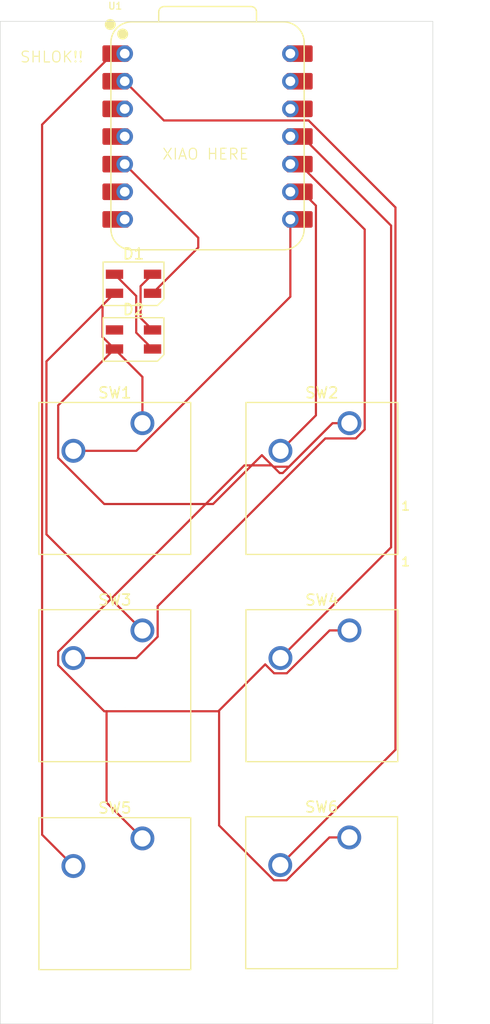
<source format=kicad_pcb>
(kicad_pcb (version 20241229) (generator "pcbnew") (generator_version "9.0")
  (layers (0 "F.Cu" signal) (2 "B.Cu" signal) (13 "F.Paste" user) (15 "B.Paste" user) (5 "F.SilkS" user "F.Silkscreen") (7 "B.SilkS" user "B.Silkscreen") (1 "F.Mask" user) (3 "B.Mask" user) (25 "Edge.Cuts" user))
  (net 0 "")
  (net 1 "Net-(D1-DIN)")
  (net 2 "GND")
  (net 3 "Net-(D1-DOUT)")
  (net 4 "+5V")
  (net 6 "Net-(U1-GPIO1{slash}RX)")
  (net 7 "Net-(U1-GPIO2{slash}SCK)")
  (net 8 "Net-(U1-GPIO4{slash}MISO)")
  (net 9 "Net-(U1-GPIO3{slash}MOSI)")
  (net 12 "Net-(U1-GPIO26{slash}ADC0{slash}A0)")
  (net 15 "Net-(U1-GPIO27{slash}ADC1{slash}A1)")
  (footprint "Button_Switch_Keyboard:SW_Cherry_MX_1.00u_PCB" (layer "F.Cu") (at 183.4 96.88)
    (property "Reference" "SW1" (at -2.54 -2.794 0) (layer "F.SilkS"))
    (property "Value" "SW_Push")
    (fp_line (start -9.525 -1.905) (end 4.445 -1.905) (stroke (width 0.12)) (layer "F.SilkS"))
    (fp_line (start -9.525 12.065) (end -9.525 -1.905) (stroke (width 0.12)) (layer "F.SilkS"))
    (fp_line (start 4.445 -1.905) (end 4.445 12.065) (stroke (width 0.12)) (layer "F.SilkS"))
    (fp_line (start 4.445 12.065) (end -9.525 12.065) (stroke (width 0.12)) (layer "F.SilkS"))
    (pad "" np_thru_hole circle (at -7.62 5.08) (size 1.7 1.7) (drill 1.7) (layers "*.Cu" "*.Mask"))
    (pad "" np_thru_hole circle (at -2.54 5.08) (size 4 4) (drill 4) (layers "*.Cu" "*.Mask"))
    (pad "" np_thru_hole circle (at 2.54 5.08) (size 1.7 1.7) (drill 1.7) (layers "*.Cu" "*.Mask"))
    (pad "1" thru_hole circle (at 0 0) (size 2.2 2.2) (drill 1.5) (layers "*.Cu" "*.Mask") (net 2 "GND"))
    (pad "2" thru_hole circle (at -6.35 2.54) (size 2.2 2.2) (drill 1.5) (layers "*.Cu" "*.Mask") (net 6 "Net-(U1-GPIO1{slash}RX)"))
  )
  (footprint "Button_Switch_Keyboard:SW_Cherry_MX_1.00u_PCB" (layer "F.Cu") (at 183.4 115.93)
    (property "Reference" "SW3" (at -2.54 -2.794 0) (layer "F.SilkS"))
    (property "Value" "SW_Push")
    (fp_line (start -9.525 -1.905) (end 4.445 -1.905) (stroke (width 0.12)) (layer "F.SilkS"))
    (fp_line (start -9.525 12.065) (end -9.525 -1.905) (stroke (width 0.12)) (layer "F.SilkS"))
    (fp_line (start 4.445 -1.905) (end 4.445 12.065) (stroke (width 0.12)) (layer "F.SilkS"))
    (fp_line (start 4.445 12.065) (end -9.525 12.065) (stroke (width 0.12)) (layer "F.SilkS"))
    (pad "" np_thru_hole circle (at -7.62 5.08) (size 1.7 1.7) (drill 1.7) (layers "*.Cu" "*.Mask"))
    (pad "" np_thru_hole circle (at -2.54 5.08) (size 4 4) (drill 4) (layers "*.Cu" "*.Mask"))
    (pad "" np_thru_hole circle (at 2.54 5.08) (size 1.7 1.7) (drill 1.7) (layers "*.Cu" "*.Mask"))
    (pad "1" thru_hole circle (at 0 0) (size 2.2 2.2) (drill 1.5) (layers "*.Cu" "*.Mask") (net 2 "GND"))
    (pad "2" thru_hole circle (at -6.35 2.54) (size 2.2 2.2) (drill 1.5) (layers "*.Cu" "*.Mask") (net 8 "Net-(U1-GPIO4{slash}MISO)"))
  )
  (footprint "OPL:XIAO-RP2040-DIP" (layer "F.Cu") (at 189.39125 70.5275)
    (property "Reference" "U1" (at -8.5 -12 0) (layer "F.SilkS") (effects (font (size 0.635 0.635) (thickness 0.1016))))
    (property "Value" "XIAO-RP2040-DIP")
    (fp_line (start -8.89 8.509) (end -8.89 -8.636) (stroke (width 0.127)) (layer "F.SilkS"))
    (fp_line (start -6.985 10.414) (end 6.985 10.414) (stroke (width 0.127)) (layer "F.SilkS"))
    (fp_line (start -4.495 -10.541) (end -4.491272 -11.451272) (stroke (width 0.127)) (layer "F.SilkS"))
    (fp_line (start -3.991272 -11.951) (end 4.004 -11.951) (stroke (width 0.127)) (layer "F.SilkS"))
    (fp_line (start 4.504 -11.451) (end 4.504 -10.541) (stroke (width 0.127)) (layer "F.SilkS"))
    (fp_line (start 6.985 -10.541) (end -6.985 -10.541) (stroke (width 0.1)) (layer "F.SilkS"))
    (fp_line (start 6.985 -10.541) (end -6.985 -10.541) (stroke (width 0.127)) (layer "F.SilkS"))
    (fp_line (start 8.89 8.509) (end 8.89 -8.636) (stroke (width 0.127)) (layer "F.SilkS"))
    (fp_arc (start -8.89 -8.636) (mid -8.332038 -9.983038) (end -6.985 -10.541) (stroke (width 0.127)) (layer "F.SilkS"))
    (fp_arc (start -6.985 10.414) (mid -8.332038 9.856038) (end -8.89 8.509) (stroke (width 0.127)) (layer "F.SilkS"))
    (fp_arc (start -4.491272 -11.451272) (mid -4.344728 -11.80464) (end -3.991272 -11.951) (stroke (width 0.127)) (layer "F.SilkS"))
    (fp_arc (start 4.004 -11.951) (mid 4.357553 -11.804553) (end 4.504 -11.451) (stroke (width 0.127)) (layer "F.SilkS"))
    (fp_arc (start 6.985 -10.541) (mid 8.332038 -9.983038) (end 8.89 -8.636) (stroke (width 0.127)) (layer "F.SilkS"))
    (fp_arc (start 8.89 8.509) (mid 8.332038 9.856038) (end 6.985 10.414) (stroke (width 0.127)) (layer "F.SilkS"))
    (fp_circle (center -8.95 -10.3) (end -8.95 -10.554) (stroke (width 0.5)) (fill yes) (layer "F.SilkS"))
    (fp_circle (center -7.807 -9.42) (end -7.807 -9.674) (stroke (width 0.5)) (fill yes) (layer "F.SilkS"))
    (pad "1" smd roundrect (at -8.455 -7.62 180) (size 2.432 1.524) (layers "F.Cu" "F.Mask") (roundrect_rratio 0.1) (net 12 "Net-(U1-GPIO26{slash}ADC0{slash}A0)"))
    (pad "1" thru_hole circle (at -7.62 -7.62 180) (size 1.524 1.524) (drill 0.889) (layers "*.Cu" "*.Mask") (net 12 "Net-(U1-GPIO26{slash}ADC0{slash}A0)"))
    (pad "2" smd roundrect (at -8.455 -5.08 180) (size 2.432 1.524) (layers "F.Cu" "F.Mask") (roundrect_rratio 0.1) (net 15 "Net-(U1-GPIO27{slash}ADC1{slash}A1)"))
    (pad "2" thru_hole circle (at -7.62 -5.08 180) (size 1.524 1.524) (drill 0.889) (layers "*.Cu" "*.Mask") (net 15 "Net-(U1-GPIO27{slash}ADC1{slash}A1)"))
    (pad "3" smd roundrect (at -8.455 -2.54 180) (size 2.432 1.524) (layers "F.Cu" "F.Mask") (roundrect_rratio 0.1))
    (pad "3" thru_hole circle (at -7.62 -2.54 180) (size 1.524 1.524) (drill 0.889) (layers "*.Cu" "*.Mask"))
    (pad "4" smd roundrect (at -8.455 0 180) (size 2.432 1.524) (layers "F.Cu" "F.Mask") (roundrect_rratio 0.1))
    (pad "4" thru_hole circle (at -7.62 0 180) (size 1.524 1.524) (drill 0.889) (layers "*.Cu" "*.Mask"))
    (pad "5" smd roundrect (at -8.455 2.54 180) (size 2.432 1.524) (layers "F.Cu" "F.Mask") (roundrect_rratio 0.1) (net 1 "Net-(D1-DIN)"))
    (pad "5" thru_hole circle (at -7.62 2.54 180) (size 1.524 1.524) (drill 0.889) (layers "*.Cu" "*.Mask") (net 1 "Net-(D1-DIN)"))
    (pad "6" smd roundrect (at -8.455 5.08 180) (size 2.432 1.524) (layers "F.Cu" "F.Mask") (roundrect_rratio 0.1))
    (pad "6" thru_hole circle (at -7.62 5.08 180) (size 1.524 1.524) (drill 0.889) (layers "*.Cu" "*.Mask"))
    (pad "7" smd roundrect (at -8.455 7.62 180) (size 2.432 1.524) (layers "F.Cu" "F.Mask") (roundrect_rratio 0.1))
    (pad "7" thru_hole circle (at -7.62 7.62 180) (size 1.524 1.524) (drill 0.889) (layers "*.Cu" "*.Mask"))
    (pad "8" thru_hole circle (at 7.62 7.62) (size 1.524 1.524) (drill 0.889) (layers "*.Cu" "*.Mask") (net 6 "Net-(U1-GPIO1{slash}RX)"))
    (pad "8" smd roundrect (at 8.455 7.62) (size 2.432 1.524) (layers "F.Cu" "F.Mask") (roundrect_rratio 0.1) (net 6 "Net-(U1-GPIO1{slash}RX)"))
    (pad "9" thru_hole circle (at 7.62 5.08) (size 1.524 1.524) (drill 0.889) (layers "*.Cu" "*.Mask") (net 7 "Net-(U1-GPIO2{slash}SCK)"))
    (pad "9" smd roundrect (at 8.455 5.08) (size 2.432 1.524) (layers "F.Cu" "F.Mask") (roundrect_rratio 0.1) (net 7 "Net-(U1-GPIO2{slash}SCK)"))
    (pad "10" thru_hole circle (at 7.62 2.54) (size 1.524 1.524) (drill 0.889) (layers "*.Cu" "*.Mask") (net 8 "Net-(U1-GPIO4{slash}MISO)"))
    (pad "10" smd roundrect (at 8.455 2.54) (size 2.432 1.524) (layers "F.Cu" "F.Mask") (roundrect_rratio 0.1) (net 8 "Net-(U1-GPIO4{slash}MISO)"))
    (pad "11" thru_hole circle (at 7.62 0) (size 1.524 1.524) (drill 0.889) (layers "*.Cu" "*.Mask") (net 9 "Net-(U1-GPIO3{slash}MOSI)"))
    (pad "11" smd roundrect (at 8.455 0) (size 2.432 1.524) (layers "F.Cu" "F.Mask") (roundrect_rratio 0.1) (net 9 "Net-(U1-GPIO3{slash}MOSI)"))
    (pad "12" thru_hole circle (at 7.62 -2.54) (size 1.524 1.524) (drill 0.889) (layers "*.Cu" "*.Mask"))
    (pad "12" smd roundrect (at 8.455 -2.54) (size 2.432 1.524) (layers "F.Cu" "F.Mask") (roundrect_rratio 0.1))
    (pad "13" thru_hole circle (at 7.62 -5.08) (size 1.524 1.524) (drill 0.889) (layers "*.Cu" "*.Mask"))
    (pad "13" smd roundrect (at 8.455 -5.08) (size 2.432 1.524) (layers "F.Cu" "F.Mask") (roundrect_rratio 0.1))
    (pad "14" thru_hole circle (at 7.62 -7.62) (size 1.524 1.524) (drill 0.889) (layers "*.Cu" "*.Mask"))
    (pad "14" smd roundrect (at 8.455 -7.62) (size 2.432 1.524) (layers "F.Cu" "F.Mask") (roundrect_rratio 0.1))
  )
  (footprint "Button_Switch_Keyboard:SW_Cherry_MX_1.00u_PCB" (layer "F.Cu") (at 202.43 134.96)
    (property "Reference" "SW6" (at -2.54 -2.794 0) (layer "F.SilkS"))
    (property "Value" "SW_Push")
    (fp_line (start -9.525 -1.905) (end 4.445 -1.905) (stroke (width 0.12)) (layer "F.SilkS"))
    (fp_line (start -9.525 12.065) (end -9.525 -1.905) (stroke (width 0.12)) (layer "F.SilkS"))
    (fp_line (start 4.445 -1.905) (end 4.445 12.065) (stroke (width 0.12)) (layer "F.SilkS"))
    (fp_line (start 4.445 12.065) (end -9.525 12.065) (stroke (width 0.12)) (layer "F.SilkS"))
    (pad "" np_thru_hole circle (at -7.62 5.08) (size 1.7 1.7) (drill 1.7) (layers "*.Cu" "*.Mask"))
    (pad "" np_thru_hole circle (at -2.54 5.08) (size 4 4) (drill 4) (layers "*.Cu" "*.Mask"))
    (pad "" np_thru_hole circle (at 2.54 5.08) (size 1.7 1.7) (drill 1.7) (layers "*.Cu" "*.Mask"))
    (pad "1" thru_hole circle (at 0 0) (size 2.2 2.2) (drill 1.5) (layers "*.Cu" "*.Mask") (net 2 "GND"))
    (pad "2" thru_hole circle (at -6.35 2.54) (size 2.2 2.2) (drill 1.5) (layers "*.Cu" "*.Mask") (net 15 "Net-(U1-GPIO27{slash}ADC1{slash}A1)"))
  )
  (footprint "LED_SMD:LED_SK6812MINI_PLCC4_3.5x3.5mm_P1.75mm" (layer "F.Cu") (at 182.58025 84.063)
    (property "Reference" "D1" (at 0 -2.75 0) (layer "F.SilkS"))
    (property "Value" "SK6812MINI")
    (fp_line (start -2.8 -2) (end -2.8 2) (stroke (width 0.12)) (layer "F.SilkS"))
    (fp_line (start -2.8 -2) (end 2.8 -2) (stroke (width 0.12)) (layer "F.SilkS"))
    (fp_line (start -2.8 2) (end 2.2 2) (stroke (width 0.12)) (layer "F.SilkS"))
    (fp_line (start 2.8 1.4) (end 2.2 2) (stroke (width 0.12)) (layer "F.SilkS"))
    (fp_line (start 2.8 1.4) (end 2.8 -2) (stroke (width 0.12)) (layer "F.SilkS"))
    (fp_text user "1" (at 25.03475 20.437 0) (layer "F.SilkS") (effects (font (size 0.8 0.8))))
    (pad "1" smd rect (at -1.75 -0.875) (size 1.6 0.85) (layers "F.Cu" "F.Mask" "F.Paste") (net 3 "Net-(D1-DOUT)"))
    (pad "2" smd rect (at -1.75 0.875) (size 1.6 0.85) (layers "F.Cu" "F.Mask" "F.Paste") (net 2 "GND"))
    (pad "3" smd rect (at 1.75 0.875) (size 1.6 0.85) (layers "F.Cu" "F.Mask" "F.Paste") (net 1 "Net-(D1-DIN)"))
    (pad "4" smd rect (at 1.75 -0.875) (size 1.6 0.85) (layers "F.Cu" "F.Mask" "F.Paste") (net 4 "+5V"))
  )
  (footprint "Button_Switch_Keyboard:SW_Cherry_MX_1.00u_PCB" (layer "F.Cu") (at 202.45 115.93)
    (property "Reference" "SW4" (at -2.54 -2.794 0) (layer "F.SilkS"))
    (property "Value" "SW_Push")
    (fp_line (start -9.525 -1.905) (end 4.445 -1.905) (stroke (width 0.12)) (layer "F.SilkS"))
    (fp_line (start -9.525 12.065) (end -9.525 -1.905) (stroke (width 0.12)) (layer "F.SilkS"))
    (fp_line (start 4.445 -1.905) (end 4.445 12.065) (stroke (width 0.12)) (layer "F.SilkS"))
    (fp_line (start 4.445 12.065) (end -9.525 12.065) (stroke (width 0.12)) (layer "F.SilkS"))
    (pad "" np_thru_hole circle (at -7.62 5.08) (size 1.7 1.7) (drill 1.7) (layers "*.Cu" "*.Mask"))
    (pad "" np_thru_hole circle (at -2.54 5.08) (size 4 4) (drill 4) (layers "*.Cu" "*.Mask"))
    (pad "" np_thru_hole circle (at 2.54 5.08) (size 1.7 1.7) (drill 1.7) (layers "*.Cu" "*.Mask"))
    (pad "1" thru_hole circle (at 0 0) (size 2.2 2.2) (drill 1.5) (layers "*.Cu" "*.Mask") (net 2 "GND"))
    (pad "2" thru_hole circle (at -6.35 2.54) (size 2.2 2.2) (drill 1.5) (layers "*.Cu" "*.Mask") (net 9 "Net-(U1-GPIO3{slash}MOSI)"))
  )
  (footprint "LED_SMD:LED_SK6812MINI_PLCC4_3.5x3.5mm_P1.75mm" (layer "F.Cu") (at 182.58025 89.183)
    (property "Reference" "D2" (at 0 -2.75 0) (layer "F.SilkS"))
    (property "Value" "SK6812MINI")
    (fp_line (start -2.8 -2) (end -2.8 2) (stroke (width 0.12)) (layer "F.SilkS"))
    (fp_line (start -2.8 -2) (end 2.8 -2) (stroke (width 0.12)) (layer "F.SilkS"))
    (fp_line (start -2.8 2) (end 2.2 2) (stroke (width 0.12)) (layer "F.SilkS"))
    (fp_line (start 2.8 1.4) (end 2.2 2) (stroke (width 0.12)) (layer "F.SilkS"))
    (fp_line (start 2.8 1.4) (end 2.8 -2) (stroke (width 0.12)) (layer "F.SilkS"))
    (fp_text user "1" (at 25.03475 20.437 0) (layer "F.SilkS") (effects (font (size 0.8 0.8))))
    (pad "1" smd rect (at -1.75 -0.875) (size 1.6 0.85) (layers "F.Cu" "F.Mask" "F.Paste"))
    (pad "2" smd rect (at -1.75 0.875) (size 1.6 0.85) (layers "F.Cu" "F.Mask" "F.Paste") (net 2 "GND"))
    (pad "3" smd rect (at 1.75 0.875) (size 1.6 0.85) (layers "F.Cu" "F.Mask" "F.Paste") (net 3 "Net-(D1-DOUT)"))
    (pad "4" smd rect (at 1.75 -0.875) (size 1.6 0.85) (layers "F.Cu" "F.Mask" "F.Paste") (net 4 "+5V"))
  )
  (footprint "Button_Switch_Keyboard:SW_Cherry_MX_1.00u_PCB" (layer "F.Cu") (at 202.45 96.88)
    (property "Reference" "SW2" (at -2.54 -2.794 0) (layer "F.SilkS"))
    (property "Value" "SW_Push")
    (fp_line (start -9.525 -1.905) (end 4.445 -1.905) (stroke (width 0.12)) (layer "F.SilkS"))
    (fp_line (start -9.525 12.065) (end -9.525 -1.905) (stroke (width 0.12)) (layer "F.SilkS"))
    (fp_line (start 4.445 -1.905) (end 4.445 12.065) (stroke (width 0.12)) (layer "F.SilkS"))
    (fp_line (start 4.445 12.065) (end -9.525 12.065) (stroke (width 0.12)) (layer "F.SilkS"))
    (pad "" np_thru_hole circle (at -7.62 5.08) (size 1.7 1.7) (drill 1.7) (layers "*.Cu" "*.Mask"))
    (pad "" np_thru_hole circle (at -2.54 5.08) (size 4 4) (drill 4) (layers "*.Cu" "*.Mask"))
    (pad "" np_thru_hole circle (at 2.54 5.08) (size 1.7 1.7) (drill 1.7) (layers "*.Cu" "*.Mask"))
    (pad "1" thru_hole circle (at 0 0) (size 2.2 2.2) (drill 1.5) (layers "*.Cu" "*.Mask") (net 2 "GND"))
    (pad "2" thru_hole circle (at -6.35 2.54) (size 2.2 2.2) (drill 1.5) (layers "*.Cu" "*.Mask") (net 7 "Net-(U1-GPIO2{slash}SCK)"))
  )
  (footprint "Button_Switch_Keyboard:SW_Cherry_MX_1.00u_PCB" (layer "F.Cu") (at 183.4 135.05)
    (property "Reference" "SW5" (at -2.54 -2.794 0) (layer "F.SilkS"))
    (property "Value" "SW_Push")
    (fp_line (start -9.525 -1.905) (end 4.445 -1.905) (stroke (width 0.12)) (layer "F.SilkS"))
    (fp_line (start -9.525 12.065) (end -9.525 -1.905) (stroke (width 0.12)) (layer "F.SilkS"))
    (fp_line (start 4.445 -1.905) (end 4.445 12.065) (stroke (width 0.12)) (layer "F.SilkS"))
    (fp_line (start 4.445 12.065) (end -9.525 12.065) (stroke (width 0.12)) (layer "F.SilkS"))
    (pad "" np_thru_hole circle (at -7.62 5.08) (size 1.7 1.7) (drill 1.7) (layers "*.Cu" "*.Mask"))
    (pad "" np_thru_hole circle (at -2.54 5.08) (size 4 4) (drill 4) (layers "*.Cu" "*.Mask"))
    (pad "" np_thru_hole circle (at 2.54 5.08) (size 1.7 1.7) (drill 1.7) (layers "*.Cu" "*.Mask"))
    (pad "1" thru_hole circle (at 0 0) (size 2.2 2.2) (drill 1.5) (layers "*.Cu" "*.Mask") (net 2 "GND"))
    (pad "2" thru_hole circle (at -6.35 2.54) (size 2.2 2.2) (drill 1.5) (layers "*.Cu" "*.Mask") (net 12 "Net-(U1-GPIO26{slash}ADC0{slash}A0)"))
  )
  (gr_rect (start 170.32 59.94) (end 210.12 152.1) (stroke (width 0.05)) (fill no) (layer "Edge.Cuts"))
  (gr_text "SHLOK!!" (at 172.08 63.8 0) (layer "F.SilkS") (effects (font (size 1 1) (thickness 0.1)) (justify left bottom)))
  (gr_text "XIAO HERE" (at 185.17 72.73 0) (layer "F.SilkS") (effects (font (size 1 1) (thickness 0.1)) (justify left bottom)))
  (segment (start 184.33025 84.938) (end 188.537 80.73125) (width 0.2) (layer "F.Cu") (net 1))
  (segment (start 188.537 79.83325) (end 181.77125 73.0675) (width 0.2) (layer "F.Cu") (net 1))
  (segment (start 188.537 80.73125) (end 188.537 79.83325) (width 0.2) (layer "F.Cu") (net 1))
  (segment (start 195.32747 100.759) (end 196.031 101.46253) (width 0.2) (layer "F.Cu") (net 2))
  (segment (start 194.38947 99.821) (end 189.89947 104.311) (width 0.2) (layer "F.Cu") (net 2))
  (segment (start 190.454657 133.855971) (end 190.454657 123.294657) (width 0.2) (layer "F.Cu") (net 2))
  (segment (start 196.031 101.46253) (end 196.311836 101.46253) (width 0.2) (layer "F.Cu") (net 2))
  (segment (start 200.621314 115.93) (end 196.680314 119.871) (width 0.2) (layer "F.Cu") (net 2))
  (segment (start 179.72925 88.957) (end 179.72925 86.039) (width 0.2) (layer "F.Cu") (net 2))
  (segment (start 200.894366 96.88) (end 196.894366 100.88) (width 0.2) (layer "F.Cu") (net 2))
  (segment (start 183.4 92.62775) (end 180.83025 90.058) (width 0.2) (layer "F.Cu") (net 2))
  (segment (start 195.44847 100.88) (end 194.38947 99.821) (width 0.2) (layer "F.Cu") (net 2))
  (segment (start 175.649 100.073816) (end 175.649 95.23925) (width 0.2) (layer "F.Cu") (net 2))
  (segment (start 202.45 115.93) (end 200.621314 115.93) (width 0.2) (layer "F.Cu") (net 2))
  (segment (start 195.519686 119.871) (end 194.699 119.050314) (width 0.2) (layer "F.Cu") (net 2))
  (segment (start 190.454657 123.294657) (end 190.388314 123.361) (width 0.2) (layer "F.Cu") (net 2))
  (segment (start 183.4 115.93) (end 174.57 107.1) (width 0.2) (layer "F.Cu") (net 2))
  (segment (start 202.43 134.96) (end 200.601314 134.96) (width 0.2) (layer "F.Cu") (net 2))
  (segment (start 180.1 123.361) (end 179.886184 123.361) (width 0.2) (layer "F.Cu") (net 2))
  (segment (start 183.4 135.05) (end 180.1 131.75) (width 0.2) (layer "F.Cu") (net 2))
  (segment (start 174.57 107.1) (end 174.57 91.19825) (width 0.2) (layer "F.Cu") (net 2))
  (segment (start 200.894366 96.88) (end 202.45 96.88) (width 0.2) (layer "F.Cu") (net 2))
  (segment (start 196.894366 100.88) (end 195.44847 100.88) (width 0.2) (layer "F.Cu") (net 2))
  (segment (start 196.680314 119.871) (end 195.519686 119.871) (width 0.2) (layer "F.Cu") (net 2))
  (segment (start 180.83025 90.058) (end 179.72925 88.957) (width 0.2) (layer "F.Cu") (net 2))
  (segment (start 175.649 117.889686) (end 192.779686 100.759) (width 0.2) (layer "F.Cu") (net 2))
  (segment (start 190.388314 123.361) (end 180.1 123.361) (width 0.2) (layer "F.Cu") (net 2))
  (segment (start 189.89947 104.311) (end 179.886184 104.311) (width 0.2) (layer "F.Cu") (net 2))
  (segment (start 179.72925 86.039) (end 180.83025 84.938) (width 0.2) (layer "F.Cu") (net 2))
  (segment (start 180.1 131.75) (end 180.1 123.361) (width 0.2) (layer "F.Cu") (net 2))
  (segment (start 175.649 119.123816) (end 175.649 117.889686) (width 0.2) (layer "F.Cu") (net 2))
  (segment (start 174.57 91.19825) (end 180.83025 84.938) (width 0.2) (layer "F.Cu") (net 2))
  (segment (start 192.779686 100.759) (end 195.32747 100.759) (width 0.2) (layer "F.Cu") (net 2))
  (segment (start 194.699 119.050314) (end 190.454657 123.294657) (width 0.2) (layer "F.Cu") (net 2))
  (segment (start 175.649 95.23925) (end 180.83025 90.058) (width 0.2) (layer "F.Cu") (net 2))
  (segment (start 200.601314 134.96) (end 196.660314 138.901) (width 0.2) (layer "F.Cu") (net 2))
  (segment (start 195.499686 138.901) (end 190.454657 133.855971) (width 0.2) (layer "F.Cu") (net 2))
  (segment (start 179.886184 104.311) (end 175.649 100.073816) (width 0.2) (layer "F.Cu") (net 2))
  (segment (start 196.311836 101.46253) (end 200.894366 96.88) (width 0.2) (layer "F.Cu") (net 2))
  (segment (start 179.886184 123.361) (end 175.649 119.123816) (width 0.2) (layer "F.Cu") (net 2))
  (segment (start 183.4 96.88) (end 183.4 92.62775) (width 0.2) (layer "F.Cu") (net 2))
  (segment (start 196.660314 138.901) (end 195.499686 138.901) (width 0.2) (layer "F.Cu") (net 2))
  (segment (start 182.82825 88.556) (end 182.82825 85.186) (width 0.2) (layer "F.Cu") (net 3))
  (segment (start 182.82825 85.186) (end 180.83025 83.188) (width 0.2) (layer "F.Cu") (net 3))
  (segment (start 184.33025 90.058) (end 182.82825 88.556) (width 0.2) (layer "F.Cu") (net 3))
  (segment (start 183.22925 84.289) (end 183.22925 87.207) (width 0.2) (layer "F.Cu") (net 4))
  (segment (start 184.33025 83.188) (end 183.22925 84.289) (width 0.2) (layer "F.Cu") (net 4))
  (segment (start 183.22925 87.207) (end 184.33025 88.308) (width 0.2) (layer "F.Cu") (net 4))
  (segment (start 182.841314 99.42) (end 197.01125 85.250064) (width 0.2) (layer "F.Cu") (net 6))
  (segment (start 197.01125 85.250064) (end 197.01125 78.1475) (width 0.2) (layer "F.Cu") (net 6))
  (segment (start 177.05 99.42) (end 182.841314 99.42) (width 0.2) (layer "F.Cu") (net 6))
  (segment (start 199.36325 76.88187) (end 198.08888 75.6075) (width 0.2) (layer "F.Cu") (net 7))
  (segment (start 199.36325 96.15675) (end 199.36325 76.88187) (width 0.2) (layer "F.Cu") (net 7))
  (segment (start 198.08888 75.6075) (end 197.01125 75.6075) (width 0.2) (layer "F.Cu") (net 7))
  (segment (start 196.1 99.42) (end 199.36325 96.15675) (width 0.2) (layer "F.Cu") (net 7))
  (segment (start 200.228314 98.281) (end 203.030314 98.281) (width 0.2) (layer "F.Cu") (net 8))
  (segment (start 184.801 116.510314) (end 184.801 113.708314) (width 0.2) (layer "F.Cu") (net 8))
  (segment (start 203.851 97.460314) (end 203.851 79.07225) (width 0.2) (layer "F.Cu") (net 8))
  (segment (start 182.841314 118.47) (end 184.801 116.510314) (width 0.2) (layer "F.Cu") (net 8))
  (segment (start 177.05 118.47) (end 182.841314 118.47) (width 0.2) (layer "F.Cu") (net 8))
  (segment (start 203.030314 98.281) (end 203.851 97.460314) (width 0.2) (layer "F.Cu") (net 8))
  (segment (start 184.801 113.708314) (end 200.228314 98.281) (width 0.2) (layer "F.Cu") (net 8))
  (segment (start 203.851 79.07225) (end 197.84625 73.0675) (width 0.2) (layer "F.Cu") (net 8))
  (segment (start 206.28 78.71862) (end 198.08888 70.5275) (width 0.2) (layer "F.Cu") (net 9))
  (segment (start 198.08888 70.5275) (end 197.01125 70.5275) (width 0.2) (layer "F.Cu") (net 9))
  (segment (start 196.08 118.47) (end 196 118.39) (width 0.2) (layer "F.Cu") (net 9))
  (segment (start 196.1 118.47) (end 206.28 108.29) (width 0.2) (layer "F.Cu") (net 9))
  (segment (start 196.1 118.47) (end 196.08 118.47) (width 0.2) (layer "F.Cu") (net 9))
  (segment (start 206.28 108.29) (end 206.28 78.71862) (width 0.2) (layer "F.Cu") (net 9))
  (segment (start 177.05 137.59) (end 174.169 134.709) (width 0.2) (layer "F.Cu") (net 12))
  (segment (start 174.169 69.43212) (end 180.69362 62.9075) (width 0.2) (layer "F.Cu") (net 12))
  (segment (start 180.69362 62.9075) (end 181.77125 62.9075) (width 0.2) (layer "F.Cu") (net 12))
  (segment (start 174.169 134.709) (end 174.169 69.43212) (width 0.2) (layer "F.Cu") (net 12))
  (segment (start 206.681 77.043624) (end 198.687876 69.0505) (width 0.2) (layer "F.Cu") (net 15))
  (segment (start 196.08 137.5) (end 206.681 126.899) (width 0.2) (layer "F.Cu") (net 15))
  (segment (start 198.687876 69.0505) (end 185.37425 69.0505) (width 0.2) (layer "F.Cu") (net 15))
  (segment (start 185.37425 69.0505) (end 181.77125 65.4475) (width 0.2) (layer "F.Cu") (net 15))
  (segment (start 206.681 126.899) (end 206.681 77.043624) (width 0.2) (layer "F.Cu") (net 15))
)
</source>
